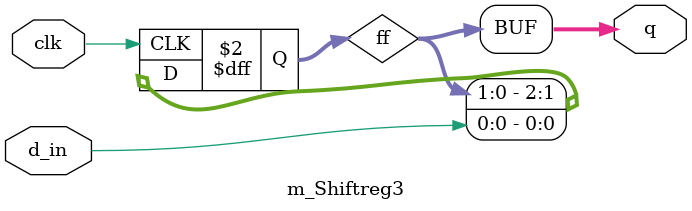
<source format=v>
module m_rs_flipflop(input set, input reset, output q, output nq);
	assign q=~(set & nq);
	assign nq=~(reset & q);
endmodule

module m_Shiftreg1(input clk, input d_in, output [2:0] q);
	reg [2:0] ff;
	
	assign q = ff;
	
	always @(posedge clk) begin
		ff[0] <= d_in;
		ff[1] <= ff[0];
		ff[2] <= ff[1];
	end
endmodule

module m_Shiftreg3(input clk, input d_in, output [2:0] q);
	reg [2:0] ff;
	assign q = ff;
	always @(posedge clk) begin
		ff={ff[1:0], d_in};
	end
endmodule
</source>
